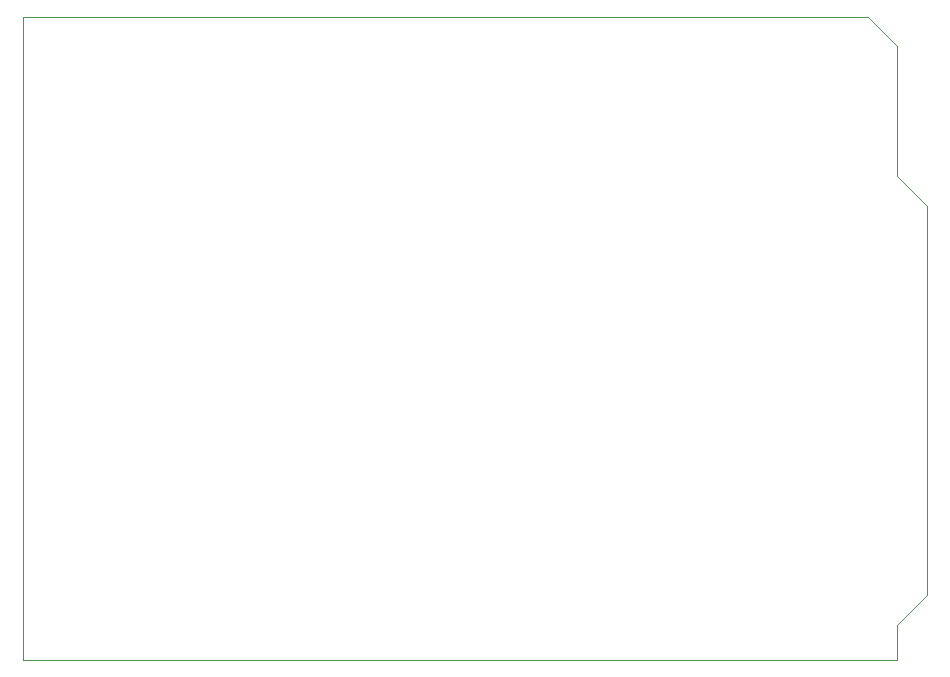
<source format=gbr>
%TF.GenerationSoftware,KiCad,Pcbnew,(6.0.7)*%
%TF.CreationDate,2022-08-31T11:28:36+09:00*%
%TF.ProjectId,LED_Dice,4c45445f-4469-4636-952e-6b696361645f,rev?*%
%TF.SameCoordinates,Original*%
%TF.FileFunction,Profile,NP*%
%FSLAX46Y46*%
G04 Gerber Fmt 4.6, Leading zero omitted, Abs format (unit mm)*
G04 Created by KiCad (PCBNEW (6.0.7)) date 2022-08-31 11:28:36*
%MOMM*%
%LPD*%
G01*
G04 APERTURE LIST*
%TA.AperFunction,Profile*%
%ADD10C,0.100000*%
%TD*%
G04 APERTURE END LIST*
D10*
X189370000Y-26000000D02*
X189370000Y-80500000D01*
X263370000Y-80500000D02*
X189370000Y-80500000D01*
X263370000Y-77500000D02*
X263370000Y-80500000D01*
X265870000Y-75000000D02*
X263370000Y-77500000D01*
X265870000Y-42000000D02*
X265870000Y-75000000D01*
X263370000Y-39500000D02*
X265870000Y-42000000D01*
X263370000Y-28500000D02*
X263370000Y-39500000D01*
X260870000Y-26000000D02*
X263370000Y-28500000D01*
X189370000Y-26000000D02*
X260870000Y-26000000D01*
M02*

</source>
